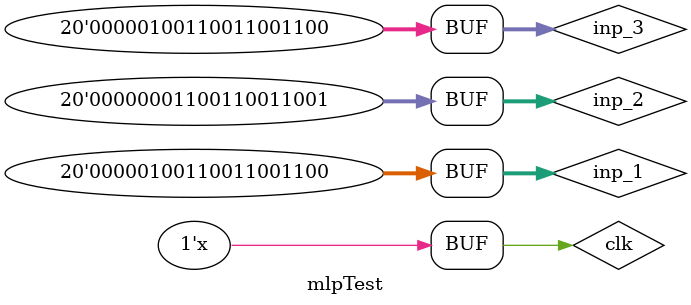
<source format=v>
`timescale 1ns / 1ps


module mlpTest;

	// Inputs
	reg [19:0] inp_1;
	reg [19:0] inp_2;
	reg [19:0] inp_3;
	reg clk;

	// Outputs
	wire out;

	// Instantiate the Unit Under Test (UUT)
	MLP uut (
		.inp_1(inp_1), 
		.inp_2(inp_2), 
		.inp_3(inp_3), 
		.clk(clk), 
		.out(out)
	);
	
	always #10 clk = ~clk;

	initial begin
		// Initialize Inputs
		inp_1 = 0;
		inp_2 = 0;
		inp_3 = 0;
		clk = 0;

		// Wait 100 ns for global reset to finish
		
		
		// Test Number 1: 0.3, 0.1, 0.3 
      inp_1 = 20'b00000100110011001100;
      inp_2 = 20'b00000001100110011001;
      inp_3 = 20'b00000100110011001100;
		
		
		/*
		// Test Number 3: 0.01, 0.2, 0.03 
      inp_1 = 20'b00000000001010001111;
      inp_2 = 20'b00000011001100110011;
      inp_3 = 20'b00000000011110101110;
		*/
		
		
		/*
		// Test Number 4: 0.04, 0.9, 0.003 
      inp_1 = 20'b00000000101000111101;
      inp_2 = 20'b00001110011001100110;
      inp_3 = 20'b00000000000011000100;
		*/
		
		
        
		// Add stimulus here

	end
      
endmodule


</source>
